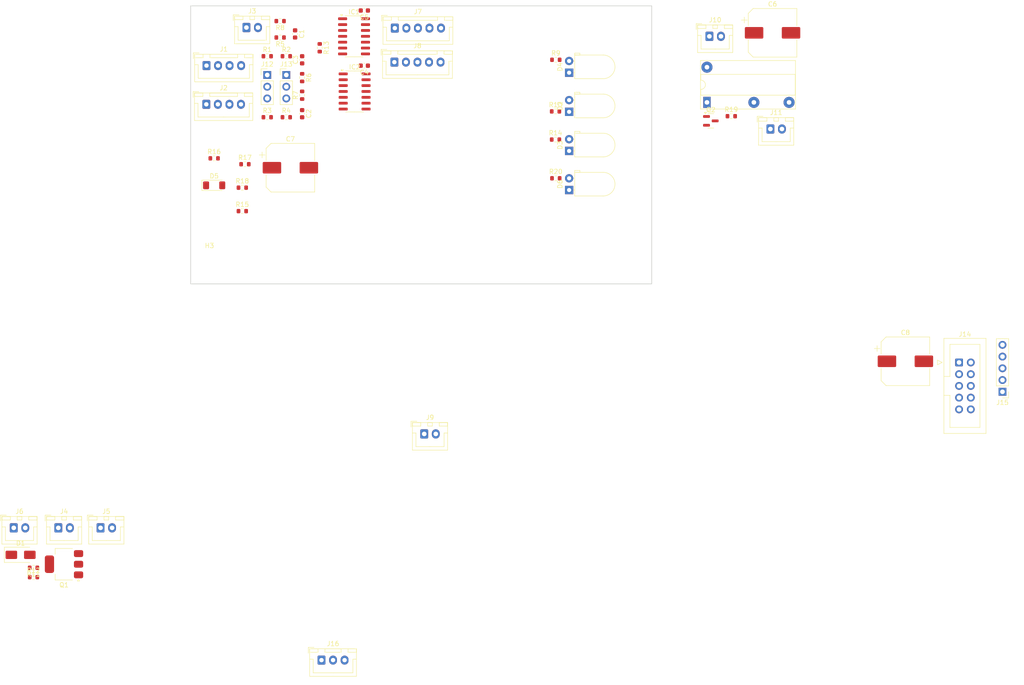
<source format=kicad_pcb>
(kicad_pcb (version 20241229) (generator "pcbnew") (generator_version "9.0")
  (layers (0 "F.Cu" signal) (2 "B.Cu" signal) (13 "F.Paste" user) (15 "B.Paste" user) (5 "F.SilkS" user "F.Silkscreen") (7 "B.SilkS" user "B.Silkscreen") (1 "F.Mask" user) (3 "B.Mask" user) (25 "Edge.Cuts" user))
  (net 0 "")
  (net 1 "GND")
  (net 2 "Net-(C1-Pad1)")
  (net 3 "Net-(C2-Pad1)")
  (net 4 "Net-(C3-Pad1)")
  (net 5 "+5V")
  (net 6 "+V_VALVE")
  (net 7 "Net-(D5-K)")
  (net 8 "Net-(D1-A)")
  (net 9 "Net-(D2-K)")
  (net 10 "Net-(D3-A)")
  (net 11 "Net-(D4-A)")
  (net 12 "Net-(D5-A)")
  (net 13 "Net-(D6-A)")
  (net 14 "LASER_EN")
  (net 15 "Net-(IC1-Pad11)")
  (net 16 "Net-(J7-Pin_3)")
  (net 17 "Net-(J7-Pin_4)")
  (net 18 "Net-(IC1-Pad13)")
  (net 19 "LASER_PWM")
  (net 20 "Net-(IC2-Pad4)")
  (net 21 "Net-(IC2-Pad11)")
  (net 22 "Net-(IC2-Pad10)")
  (net 23 "FAN")
  (net 24 "Net-(IC2-Pad12)")
  (net 25 "Net-(IC2-Pad6)")
  (net 26 "Net-(IC2-Pad9)")
  (net 27 "Net-(J7-Pin_2)")
  (net 28 "Net-(J1-Pin_2)")
  (net 29 "Net-(J13-Pin_2)")
  (net 30 "Net-(J3-Pin_2)")
  (net 31 "Net-(J4-Pin_2)")
  (net 32 "Net-(J11-Pin_1)")
  (net 33 "Net-(J12-Pin_3)")
  (net 34 "Net-(J12-Pin_1)")
  (net 35 "Net-(J13-Pin_1)")
  (net 36 "Net-(J13-Pin_3)")
  (net 39 "TX")
  (net 40 "RX")
  (net 42 "VALVE_CTRL")
  (net 47 "Net-(Q1-G)")
  (net 48 "Net-(Q2-B)")
  (net 49 "Net-(Q2-C)")
  (footprint "Connector_JST:JST_XH_B5B-XH-A_1x05_P2.50mm_Vertical" (layer "F.Cu") (at 118.11 29.21)
    (property "Reference" "J7" (at 5 -3.55 0) (layer "F.SilkS"))
    (property "Value" "LASER_AUX")
    (pad "1" thru_hole roundrect (at 0 0) (size 1.7 1.95) (drill 0.95) (layers "*.Cu" "*.Mask" "In1.Cu" "In2.Cu" "In3.Cu" "In4.Cu" "In5.Cu" "In6.Cu" "In7.Cu" "In8.Cu" "In9.Cu" "In10.Cu" "In11.Cu" "In12.Cu" "In13.Cu" "In14.Cu" "In15.Cu" "In16.Cu" "In17.Cu" "In18.Cu" "In19.Cu" "In20.Cu" "In21.Cu" "In22.Cu" "In23.Cu" "In24.Cu" "In25.Cu" "In26.Cu" "In27.Cu" "In28.Cu" "In29.Cu" "In30.Cu") (roundrect_rratio 0.147059) (net 5 "+5V"))
    (pad "2" thru_hole oval (at 2.5 0) (size 1.7 1.95) (drill 0.95) (layers "*.Cu" "*.Mask" "In1.Cu" "In2.Cu" "In3.Cu" "In4.Cu" "In5.Cu" "In6.Cu" "In7.Cu" "In8.Cu" "In9.Cu" "In10.Cu" "In11.Cu" "In12.Cu" "In13.Cu" "In14.Cu" "In15.Cu" "In16.Cu" "In17.Cu" "In18.Cu" "In19.Cu" "In20.Cu" "In21.Cu" "In22.Cu" "In23.Cu" "In24.Cu" "In25.Cu" "In26.Cu" "In27.Cu" "In28.Cu" "In29.Cu" "In30.Cu") (net 27 "Net-(J7-Pin_2)"))
    (pad "3" thru_hole oval (at 5 0) (size 1.7 1.95) (drill 0.95) (layers "*.Cu" "*.Mask" "In1.Cu" "In2.Cu" "In3.Cu" "In4.Cu" "In5.Cu" "In6.Cu" "In7.Cu" "In8.Cu" "In9.Cu" "In10.Cu" "In11.Cu" "In12.Cu" "In13.Cu" "In14.Cu" "In15.Cu" "In16.Cu" "In17.Cu" "In18.Cu" "In19.Cu" "In20.Cu" "In21.Cu" "In22.Cu" "In23.Cu" "In24.Cu" "In25.Cu" "In26.Cu" "In27.Cu" "In28.Cu" "In29.Cu" "In30.Cu") (net 16 "Net-(J7-Pin_3)"))
    (pad "4" thru_hole oval (at 7.5 0) (size 1.7 1.95) (drill 0.95) (layers "*.Cu" "*.Mask" "In1.Cu" "In2.Cu" "In3.Cu" "In4.Cu" "In5.Cu" "In6.Cu" "In7.Cu" "In8.Cu" "In9.Cu" "In10.Cu" "In11.Cu" "In12.Cu" "In13.Cu" "In14.Cu" "In15.Cu" "In16.Cu" "In17.Cu" "In18.Cu" "In19.Cu" "In20.Cu" "In21.Cu" "In22.Cu" "In23.Cu" "In24.Cu" "In25.Cu" "In26.Cu" "In27.Cu" "In28.Cu" "In29.Cu" "In30.Cu") (net 17 "Net-(J7-Pin_4)"))
    (pad "5" thru_hole oval (at 10 0) (size 1.7 1.95) (drill 0.95) (layers "*.Cu" "*.Mask" "In1.Cu" "In2.Cu" "In3.Cu" "In4.Cu" "In5.Cu" "In6.Cu" "In7.Cu" "In8.Cu" "In9.Cu" "In10.Cu" "In11.Cu" "In12.Cu" "In13.Cu" "In14.Cu" "In15.Cu" "In16.Cu" "In17.Cu" "In18.Cu" "In19.Cu" "In20.Cu" "In21.Cu" "In22.Cu" "In23.Cu" "In24.Cu" "In25.Cu" "In26.Cu" "In27.Cu" "In28.Cu" "In29.Cu" "In30.Cu") (net 1 "GND"))
  )
  (footprint "Resistor_SMD:R_0603_1608Metric" (layer "F.Cu") (at 152.908 47.244)
    (property "Reference" "R10" (at 0 -1.43 0) (layer "F.SilkS"))
    (property "Value" "R")
    (pad "1" smd roundrect (at -0.825 0) (size 0.8 0.95) (layers "F.Cu" "F.Mask" "F.Paste") (net 24 "Net-(IC2-Pad12)"))
    (pad "2" smd roundrect (at 0.825 0) (size 0.8 0.95) (layers "F.Cu" "F.Mask" "F.Paste") (net 9 "Net-(D2-K)"))
  )
  (footprint "Resistor_SMD:R_0603_1608Metric" (layer "F.Cu") (at 152.971 61.722)
    (property "Reference" "R20" (at 0 -1.43 0) (layer "F.SilkS"))
    (property "Value" "R")
    (pad "1" smd roundrect (at -0.825 0) (size 0.8 0.95) (layers "F.Cu" "F.Mask" "F.Paste") (net 8 "Net-(D1-A)"))
    (pad "2" smd roundrect (at 0.825 0) (size 0.8 0.95) (layers "F.Cu" "F.Mask" "F.Paste") (net 13 "Net-(D6-A)"))
  )
  (footprint "Connector_JST:JST_XH_B4B-XH-A_1x04_P2.50mm_Vertical" (layer "F.Cu") (at 77.336 37.325)
    (property "Reference" "J1" (at 3.75 -3.55 0) (layer "F.SilkS"))
    (property "Value" "DOOR1")
    (pad "1" thru_hole roundrect (at 0 0) (size 1.7 1.95) (drill 0.95) (layers "*.Cu" "*.Mask" "In1.Cu" "In2.Cu" "In3.Cu" "In4.Cu" "In5.Cu" "In6.Cu" "In7.Cu" "In8.Cu" "In9.Cu" "In10.Cu" "In11.Cu" "In12.Cu" "In13.Cu" "In14.Cu" "In15.Cu" "In16.Cu" "In17.Cu" "In18.Cu" "In19.Cu" "In20.Cu" "In21.Cu" "In22.Cu" "In23.Cu" "In24.Cu" "In25.Cu" "In26.Cu" "In27.Cu" "In28.Cu" "In29.Cu" "In30.Cu") (roundrect_rratio 0.147059) (net 1 "GND"))
    (pad "2" thru_hole oval (at 2.5 0) (size 1.7 1.95) (drill 0.95) (layers "*.Cu" "*.Mask" "In1.Cu" "In2.Cu" "In3.Cu" "In4.Cu" "In5.Cu" "In6.Cu" "In7.Cu" "In8.Cu" "In9.Cu" "In10.Cu" "In11.Cu" "In12.Cu" "In13.Cu" "In14.Cu" "In15.Cu" "In16.Cu" "In17.Cu" "In18.Cu" "In19.Cu" "In20.Cu" "In21.Cu" "In22.Cu" "In23.Cu" "In24.Cu" "In25.Cu" "In26.Cu" "In27.Cu" "In28.Cu" "In29.Cu" "In30.Cu") (net 28 "Net-(J1-Pin_2)"))
    (pad "3" thru_hole oval (at 5 0) (size 1.7 1.95) (drill 0.95) (layers "*.Cu" "*.Mask" "In1.Cu" "In2.Cu" "In3.Cu" "In4.Cu" "In5.Cu" "In6.Cu" "In7.Cu" "In8.Cu" "In9.Cu" "In10.Cu" "In11.Cu" "In12.Cu" "In13.Cu" "In14.Cu" "In15.Cu" "In16.Cu" "In17.Cu" "In18.Cu" "In19.Cu" "In20.Cu" "In21.Cu" "In22.Cu" "In23.Cu" "In24.Cu" "In25.Cu" "In26.Cu" "In27.Cu" "In28.Cu" "In29.Cu" "In30.Cu") (net 5 "+5V"))
    (pad "4" thru_hole oval (at 7.5 0) (size 1.7 1.95) (drill 0.95) (layers "*.Cu" "*.Mask" "In1.Cu" "In2.Cu" "In3.Cu" "In4.Cu" "In5.Cu" "In6.Cu" "In7.Cu" "In8.Cu" "In9.Cu" "In10.Cu" "In11.Cu" "In12.Cu" "In13.Cu" "In14.Cu" "In15.Cu" "In16.Cu" "In17.Cu" "In18.Cu" "In19.Cu" "In20.Cu" "In21.Cu" "In22.Cu" "In23.Cu" "In24.Cu" "In25.Cu" "In26.Cu" "In27.Cu" "In28.Cu" "In29.Cu" "In30.Cu") (net 6 "+V_VALVE"))
  )
  (footprint "Connector_JST:JST_XH_B2B-XH-A_1x02_P2.50mm_Vertical" (layer "F.Cu") (at 124.48 117.077)
    (property "Reference" "J9" (at 1.25 -3.55 0) (layer "F.SilkS"))
    (property "Value" "AIMING LASER")
    (pad "1" thru_hole roundrect (at 0 0) (size 1.7 2) (drill 1) (layers "*.Cu" "*.Mask" "In1.Cu" "In2.Cu" "In3.Cu" "In4.Cu" "In5.Cu" "In6.Cu" "In7.Cu" "In8.Cu" "In9.Cu" "In10.Cu" "In11.Cu" "In12.Cu" "In13.Cu" "In14.Cu" "In15.Cu" "In16.Cu" "In17.Cu" "In18.Cu" "In19.Cu" "In20.Cu" "In21.Cu" "In22.Cu" "In23.Cu" "In24.Cu" "In25.Cu" "In26.Cu" "In27.Cu" "In28.Cu" "In29.Cu" "In30.Cu") (roundrect_rratio 0.147059) (net 5 "+5V"))
    (pad "2" thru_hole oval (at 2.5 0) (size 1.7 2) (drill 1) (layers "*.Cu" "*.Mask" "In1.Cu" "In2.Cu" "In3.Cu" "In4.Cu" "In5.Cu" "In6.Cu" "In7.Cu" "In8.Cu" "In9.Cu" "In10.Cu" "In11.Cu" "In12.Cu" "In13.Cu" "In14.Cu" "In15.Cu" "In16.Cu" "In17.Cu" "In18.Cu" "In19.Cu" "In20.Cu" "In21.Cu" "In22.Cu" "In23.Cu" "In24.Cu" "In25.Cu" "In26.Cu" "In27.Cu" "In28.Cu" "In29.Cu" "In30.Cu") (net 1 "GND"))
  )
  (footprint "Resistor_SMD:R_0603_1608Metric" (layer "F.Cu") (at 78.994 57.404)
    (property "Reference" "R16" (at 0 -1.43 0) (layer "F.SilkS"))
    (property "Value" "100")
    (pad "1" smd roundrect (at -0.825 0) (size 0.8 0.95) (layers "F.Cu" "F.Mask" "F.Paste") (net 12 "Net-(D5-A)"))
    (pad "2" smd roundrect (at 0.825 0) (size 0.8 0.95) (layers "F.Cu" "F.Mask" "F.Paste") (net 25 "Net-(IC2-Pad6)"))
  )
  (footprint "MountingHole:MountingHole_3.2mm_M3" (layer "F.Cu") (at 169.418 28.702)
    (property "Reference" "H2" (hide yes))
    (property "Value" "MountingHole")
    (pad "" np_thru_hole circle (at 0 0) (size 3.2 3.2) (drill 3.2) (layers "*.Cu" "*.Mask" "In1.Cu" "In2.Cu" "In3.Cu" "In4.Cu" "In5.Cu" "In6.Cu" "In7.Cu" "In8.Cu" "In9.Cu" "In10.Cu" "In11.Cu" "In12.Cu" "In13.Cu" "In14.Cu" "In15.Cu" "In16.Cu" "In17.Cu" "In18.Cu" "In19.Cu" "In20.Cu" "In21.Cu" "In22.Cu" "In23.Cu" "In24.Cu" "In25.Cu" "In26.Cu" "In27.Cu" "In28.Cu" "In29.Cu" "In30.Cu"))
  )
  (footprint "Capacitor_SMD:C_0603_1608Metric" (layer "F.Cu") (at 111.506 25.4 180)
    (property "Reference" "C5" (at 0 -1.43 0) (layer "F.SilkS"))
    (property "Value" "100n")
    (pad "1" smd roundrect (at -0.775 0 180) (size 0.9 0.95) (layers "F.Cu" "F.Mask" "F.Paste") (net 5 "+5V"))
    (pad "2" smd roundrect (at 0.775 0 180) (size 0.9 0.95) (layers "F.Cu" "F.Mask" "F.Paste") (net 1 "GND"))
  )
  (footprint "Connector_PinHeader_2.54mm:PinHeader_1x05_P2.54mm_Vertical" (layer "F.Cu") (at 249.682 107.95 180)
    (property "Reference" "J15" (at 0 -2.33 0) (layer "F.SilkS"))
    (property "Value" "Conn_01x05")
    (pad "1" thru_hole rect (at 0 0 180) (size 1.7 1.7) (drill 1) (layers "*.Cu" "*.Mask" "In1.Cu" "In2.Cu" "In3.Cu" "In4.Cu" "In5.Cu" "In6.Cu" "In7.Cu" "In8.Cu" "In9.Cu" "In10.Cu" "In11.Cu" "In12.Cu" "In13.Cu" "In14.Cu" "In15.Cu" "In16.Cu" "In17.Cu" "In18.Cu" "In19.Cu" "In20.Cu" "In21.Cu" "In22.Cu" "In23.Cu" "In24.Cu" "In25.Cu" "In26.Cu" "In27.Cu" "In28.Cu" "In29.Cu" "In30.Cu"))
    (pad "2" thru_hole oval (at 0 2.54 180) (size 1.7 1.7) (drill 1) (layers "*.Cu" "*.Mask" "In1.Cu" "In2.Cu" "In3.Cu" "In4.Cu" "In5.Cu" "In6.Cu" "In7.Cu" "In8.Cu" "In9.Cu" "In10.Cu" "In11.Cu" "In12.Cu" "In13.Cu" "In14.Cu" "In15.Cu" "In16.Cu" "In17.Cu" "In18.Cu" "In19.Cu" "In20.Cu" "In21.Cu" "In22.Cu" "In23.Cu" "In24.Cu" "In25.Cu" "In26.Cu" "In27.Cu" "In28.Cu" "In29.Cu" "In30.Cu") (net 39 "TX"))
    (pad "3" thru_hole oval (at 0 5.08 180) (size 1.7 1.7) (drill 1) (layers "*.Cu" "*.Mask" "In1.Cu" "In2.Cu" "In3.Cu" "In4.Cu" "In5.Cu" "In6.Cu" "In7.Cu" "In8.Cu" "In9.Cu" "In10.Cu" "In11.Cu" "In12.Cu" "In13.Cu" "In14.Cu" "In15.Cu" "In16.Cu" "In17.Cu" "In18.Cu" "In19.Cu" "In20.Cu" "In21.Cu" "In22.Cu" "In23.Cu" "In24.Cu" "In25.Cu" "In26.Cu" "In27.Cu" "In28.Cu" "In29.Cu" "In30.Cu") (net 40 "RX"))
    (pad "4" thru_hole oval (at 0 7.62 180) (size 1.7 1.7) (drill 1) (layers "*.Cu" "*.Mask" "In1.Cu" "In2.Cu" "In3.Cu" "In4.Cu" "In5.Cu" "In6.Cu" "In7.Cu" "In8.Cu" "In9.Cu" "In10.Cu" "In11.Cu" "In12.Cu" "In13.Cu" "In14.Cu" "In15.Cu" "In16.Cu" "In17.Cu" "In18.Cu" "In19.Cu" "In20.Cu" "In21.Cu" "In22.Cu" "In23.Cu" "In24.Cu" "In25.Cu" "In26.Cu" "In27.Cu" "In28.Cu" "In29.Cu" "In30.Cu") (net 1 "GND"))
    (pad "5" thru_hole oval (at 0 10.16 180) (size 1.7 1.7) (drill 1) (layers "*.Cu" "*.Mask" "In1.Cu" "In2.Cu" "In3.Cu" "In4.Cu" "In5.Cu" "In6.Cu" "In7.Cu" "In8.Cu" "In9.Cu" "In10.Cu" "In11.Cu" "In12.Cu" "In13.Cu" "In14.Cu" "In15.Cu" "In16.Cu" "In17.Cu" "In18.Cu" "In19.Cu" "In20.Cu" "In21.Cu" "In22.Cu" "In23.Cu" "In24.Cu" "In25.Cu" "In26.Cu" "In27.Cu" "In28.Cu" "In29.Cu" "In30.Cu"))
  )
  (footprint "Capacitor_SMD:C_0603_1608Metric" (layer "F.Cu") (at 98.044 36.068 90)
    (property "Reference" "C3" (at 0 -1.43 90) (layer "F.SilkS"))
    (property "Value" "100n")
    (pad "1" smd roundrect (at -0.775 0 90) (size 0.9 0.95) (layers "F.Cu" "F.Mask" "F.Paste") (net 4 "Net-(C3-Pad1)"))
    (pad "2" smd roundrect (at 0.775 0 90) (size 0.9 0.95) (layers "F.Cu" "F.Mask" "F.Paste") (net 1 "GND"))
  )
  (footprint "Resistor_SMD:R_0603_1608Metric" (layer "F.Cu") (at 152.908 53.34)
    (property "Reference" "R14" (at 0 -1.43 0) (layer "F.SilkS"))
    (property "Value" "R")
    (pad "1" smd roundrect (at -0.825 0) (size 0.8 0.95) (layers "F.Cu" "F.Mask" "F.Paste") (net 10 "Net-(D3-A)"))
    (pad "2" smd roundrect (at 0.825 0) (size 0.8 0.95) (layers "F.Cu" "F.Mask" "F.Paste") (net 2 "Net-(C1-Pad1)"))
  )
  (footprint "Connector_JST:JST_XH_B2B-XH-A_1x02_P2.50mm_Vertical" (layer "F.Cu") (at 45.252 137.414)
    (property "Reference" "J4" (at 1.25 -3.55 0) (layer "F.SilkS"))
    (property "Value" "CHILLER SWITCH")
    (pad "1" thru_hole roundrect (at 0 0) (size 1.7 2) (drill 1) (layers "*.Cu" "*.Mask" "In1.Cu" "In2.Cu" "In3.Cu" "In4.Cu" "In5.Cu" "In6.Cu" "In7.Cu" "In8.Cu" "In9.Cu" "In10.Cu" "In11.Cu" "In12.Cu" "In13.Cu" "In14.Cu" "In15.Cu" "In16.Cu" "In17.Cu" "In18.Cu" "In19.Cu" "In20.Cu" "In21.Cu" "In22.Cu" "In23.Cu" "In24.Cu" "In25.Cu" "In26.Cu" "In27.Cu" "In28.Cu" "In29.Cu" "In30.Cu") (roundrect_rratio 0.147059) (net 6 "+V_VALVE"))
    (pad "2" thru_hole oval (at 2.5 0) (size 1.7 2) (drill 1) (layers "*.Cu" "*.Mask" "In1.Cu" "In2.Cu" "In3.Cu" "In4.Cu" "In5.Cu" "In6.Cu" "In7.Cu" "In8.Cu" "In9.Cu" "In10.Cu" "In11.Cu" "In12.Cu" "In13.Cu" "In14.Cu" "In15.Cu" "In16.Cu" "In17.Cu" "In18.Cu" "In19.Cu" "In20.Cu" "In21.Cu" "In22.Cu" "In23.Cu" "In24.Cu" "In25.Cu" "In26.Cu" "In27.Cu" "In28.Cu" "In29.Cu" "In30.Cu") (net 31 "Net-(J4-Pin_2)"))
  )
  (footprint "Capacitor_SMD:C_0603_1608Metric" (layer "F.Cu") (at 98.044 47.739 -90)
    (property "Reference" "C2" (at 0 -1.43 90) (layer "F.SilkS"))
    (property "Value" "100n")
    (pad "1" smd roundrect (at -0.775 0 270) (size 0.9 0.95) (layers "F.Cu" "F.Mask" "F.Paste") (net 3 "Net-(C2-Pad1)"))
    (pad "2" smd roundrect (at 0.775 0 270) (size 0.9 0.95) (layers "F.Cu" "F.Mask" "F.Paste") (net 1 "GND"))
  )
  (footprint "Capacitor_SMD:CP_Elec_10x10" (layer "F.Cu") (at 228.664 101.346)
    (property "Reference" "C8" (at 0 -6.2 0) (layer "F.SilkS"))
    (property "Value" "100u")
    (pad "1" smd roundrect (at -4 0) (size 4 2.5) (layers "F.Cu" "F.Mask" "F.Paste") (roundrect_rratio 0.1) (net 5 "+5V"))
    (pad "2" smd roundrect (at 4 0) (size 4 2.5) (layers "F.Cu" "F.Mask" "F.Paste") (roundrect_rratio 0.1) (net 1 "GND"))
  )
  (footprint "Resistor_SMD:R_0603_1608Metric" (layer "F.Cu") (at 98.044 39.928 -90)
    (property "Reference" "R6" (at 0 -1.43 90) (layer "F.SilkS"))
    (property "Value" "5K6")
    (pad "1" smd roundrect (at -0.825 0 270) (size 0.8 0.95) (layers "F.Cu" "F.Mask" "F.Paste") (net 4 "Net-(C3-Pad1)"))
    (pad "2" smd roundrect (at 0.825 0 270) (size 0.8 0.95) (layers "F.Cu" "F.Mask" "F.Paste") (net 28 "Net-(J1-Pin_2)"))
  )
  (footprint "Resistor_SMD:R_0603_1608Metric" (layer "F.Cu") (at 39.878 148.082)
    (property "Reference" "R12" (at 0 -1.43 0) (layer "F.SilkS"))
    (property "Value" "22R")
    (pad "1" smd roundrect (at -0.825 0) (size 0.8 0.95) (layers "F.Cu" "F.Mask" "F.Paste") (net 47 "Net-(Q1-G)"))
    (pad "2" smd roundrect (at 0.825 0) (size 0.8 0.95) (layers "F.Cu" "F.Mask" "F.Paste") (net 42 "VALVE_CTRL"))
  )
  (footprint "Resistor_SMD:R_0603_1608Metric" (layer "F.Cu") (at 98.044 43.738 90)
    (property "Reference" "R7" (at 0 -1.43 90) (layer "F.SilkS"))
    (property "Value" "5K6")
    (pad "1" smd roundrect (at -0.825 0 90) (size 0.8 0.95) (layers "F.Cu" "F.Mask" "F.Paste") (net 3 "Net-(C2-Pad1)"))
    (pad "2" smd roundrect (at 0.825 0 90) (size 0.8 0.95) (layers "F.Cu" "F.Mask" "F.Paste") (net 29 "Net-(J13-Pin_2)"))
  )
  (footprint "Connector_PinHeader_2.54mm:PinHeader_1x03_P2.54mm_Vertical" (layer "F.Cu") (at 94.616 39.357)
    (property "Reference" "J13" (at 0 -2.33 0) (layer "F.SilkS"))
    (property "Value" "Conn_01x03")
    (pad "1" thru_hole rect (at 0 0) (size 1.7 1.7) (drill 1) (layers "*.Cu" "*.Mask" "In1.Cu" "In2.Cu" "In3.Cu" "In4.Cu" "In5.Cu" "In6.Cu" "In7.Cu" "In8.Cu" "In9.Cu" "In10.Cu" "In11.Cu" "In12.Cu" "In13.Cu" "In14.Cu" "In15.Cu" "In16.Cu" "In17.Cu" "In18.Cu" "In19.Cu" "In20.Cu" "In21.Cu" "In22.Cu" "In23.Cu" "In24.Cu" "In25.Cu" "In26.Cu" "In27.Cu" "In28.Cu" "In29.Cu" "In30.Cu") (net 35 "Net-(J13-Pin_1)"))
    (pad "2" thru_hole oval (at 0 2.54) (size 1.7 1.7) (drill 1) (layers "*.Cu" "*.Mask" "In1.Cu" "In2.Cu" "In3.Cu" "In4.Cu" "In5.Cu" "In6.Cu" "In7.Cu" "In8.Cu" "In9.Cu" "In10.Cu" "In11.Cu" "In12.Cu" "In13.Cu" "In14.Cu" "In15.Cu" "In16.Cu" "In17.Cu" "In18.Cu" "In19.Cu" "In20.Cu" "In21.Cu" "In22.Cu" "In23.Cu" "In24.Cu" "In25.Cu" "In26.Cu" "In27.Cu" "In28.Cu" "In29.Cu" "In30.Cu") (net 29 "Net-(J13-Pin_2)"))
    (pad "3" thru_hole oval (at 0 5.08) (size 1.7 1.7) (drill 1) (layers "*.Cu" "*.Mask" "In1.Cu" "In2.Cu" "In3.Cu" "In4.Cu" "In5.Cu" "In6.Cu" "In7.Cu" "In8.Cu" "In9.Cu" "In10.Cu" "In11.Cu" "In12.Cu" "In13.Cu" "In14.Cu" "In15.Cu" "In16.Cu" "In17.Cu" "In18.Cu" "In19.Cu" "In20.Cu" "In21.Cu" "In22.Cu" "In23.Cu" "In24.Cu" "In25.Cu" "In26.Cu" "In27.Cu" "In28.Cu" "In29.Cu" "In30.Cu") (net 36 "Net-(J13-Pin_3)"))
  )
  (footprint "Resistor_SMD:R_0603_1608Metric" (layer "F.Cu") (at 190.965 48.277)
    (property "Reference" "R19" (at 0 -1.43 0) (layer "F.SilkS"))
    (property "Value" "1k")
    (pad "1" smd roundrect (at -0.825 0) (size 0.8 0.95) (layers "F.Cu" "F.Mask" "F.Paste") (net 48 "Net-(Q2-B)"))
    (pad "2" smd roundrect (at 0.825 0) (size 0.8 0.95) (layers "F.Cu" "F.Mask" "F.Paste") (net 22 "Net-(IC2-Pad10)"))
  )
  (footprint "Capacitor_SMD:CP_Elec_10x10" (layer "F.Cu") (at 199.898 30.226)
    (property "Reference" "C6" (at 0 -6.2 0) (layer "F.SilkS"))
    (property "Value" "100u")
    (pad "1" smd roundrect (at -4 0) (size 4 2.5) (layers "F.Cu" "F.Mask" "F.Paste") (roundrect_rratio 0.1) (net 6 "+V_VALVE"))
    (pad "2" smd roundrect (at 4 0) (size 4 2.5) (layers "F.Cu" "F.Mask" "F.Paste") (roundrect_rratio 0.1) (net 1 "GND"))
  )
  (footprint "LED_THT:LED_D5.0mm_Horizontal_O1.27mm_Z3.0mm" (layer "F.Cu") (at 155.852 38.867 90)
    (property "Reference" "D4" (at 1.27 -1.96 90) (layer "F.SilkS"))
    (property "Value" "LASER_ENABLE")
    (pad "1" thru_hole rect (at 0 0 90) (size 1.8 1.8) (drill 0.9) (layers "*.Cu" "*.Mask" "In1.Cu" "In2.Cu" "In3.Cu" "In4.Cu" "In5.Cu" "In6.Cu" "In7.Cu" "In8.Cu" "In9.Cu" "In10.Cu" "In11.Cu" "In12.Cu" "In13.Cu" "In14.Cu" "In15.Cu" "In16.Cu" "In17.Cu" "In18.Cu" "In19.Cu" "In20.Cu" "In21.Cu" "In22.Cu" "In23.Cu" "In24.Cu" "In25.Cu" "In26.Cu" "In27.Cu" "In28.Cu" "In29.Cu" "In30.Cu") (net 1 "GND"))
    (pad "2" thru_hole circle (at 2.54 0 90) (size 1.8 1.8) (drill 0.9) (layers "*.Cu" "*.Mask" "In1.Cu" "In2.Cu" "In3.Cu" "In4.Cu" "In5.Cu" "In6.Cu" "In7.Cu" "In8.Cu" "In9.Cu" "In10.Cu" "In11.Cu" "In12.Cu" "In13.Cu" "In14.Cu" "In15.Cu" "In16.Cu" "In17.Cu" "In18.Cu" "In19.Cu" "In20.Cu" "In21.Cu" "In22.Cu" "In23.Cu" "In24.Cu" "In25.Cu" "In26.Cu" "In27.Cu" "In28.Cu" "In29.Cu" "In30.Cu") (net 11 "Net-(D4-A)"))
  )
  (footprint "Connector_JST:JST_XH_B2B-XH-A_1x02_P2.50mm_Vertical" (layer "F.Cu") (at 186.222 30.988)
    (property "Reference" "J10" (at 1.25 -3.55 0) (layer "F.SilkS"))
    (property "Value" "VALVE/CHILLER SSR PWR")
    (pad "1" thru_hole roundrect (at 0 0) (size 1.7 2) (drill 1) (layers "*.Cu" "*.Mask" "In1.Cu" "In2.Cu" "In3.Cu" "In4.Cu" "In5.Cu" "In6.Cu" "In7.Cu" "In8.Cu" "In9.Cu" "In10.Cu" "In11.Cu" "In12.Cu" "In13.Cu" "In14.Cu" "In15.Cu" "In16.Cu" "In17.Cu" "In18.Cu" "In19.Cu" "In20.Cu" "In21.Cu" "In22.Cu" "In23.Cu" "In24.Cu" "In25.Cu" "In26.Cu" "In27.Cu" "In28.Cu" "In29.Cu" "In30.Cu") (roundrect_rratio 0.147059) (net 6 "+V_VALVE"))
    (pad "2" thru_hole oval (at 2.5 0) (size 1.7 2) (drill 1) (layers "*.Cu" "*.Mask" "In1.Cu" "In2.Cu" "In3.Cu" "In4.Cu" "In5.Cu" "In6.Cu" "In7.Cu" "In8.Cu" "In9.Cu" "In10.Cu" "In11.Cu" "In12.Cu" "In13.Cu" "In14.Cu" "In15.Cu" "In16.Cu" "In17.Cu" "In18.Cu" "In19.Cu" "In20.Cu" "In21.Cu" "In22.Cu" "In23.Cu" "In24.Cu" "In25.Cu" "In26.Cu" "In27.Cu" "In28.Cu" "In29.Cu" "In30.Cu") (net 1 "GND"))
  )
  (footprint "Resistor_SMD:R_0603_1608Metric" (layer "F.Cu") (at 39.878 146.05 180)
    (property "Reference" "R11" (at 0 -1.43 0) (layer "F.SilkS"))
    (property "Value" "10K")
    (pad "1" smd roundrect (at -0.825 0 180) (size 0.8 0.95) (layers "F.Cu" "F.Mask" "F.Paste") (net 42 "VALVE_CTRL"))
    (pad "2" smd roundrect (at 0.825 0 180) (size 0.8 0.95) (layers "F.Cu" "F.Mask" "F.Paste") (net 1 "GND"))
  )
  (footprint "Connector_JST:JST_XH_B2B-XH-A_1x02_P2.50mm_Vertical" (layer "F.Cu") (at 54.396 137.414)
    (property "Reference" "J5" (at 1.25 -3.55 0) (layer "F.SilkS"))
    (property "Value" "CHILLER SSR")
    (pad "1" thru_hole roundrect (at 0 0) (size 1.7 2) (drill 1) (layers "*.Cu" "*.Mask" "In1.Cu" "In2.Cu" "In3.Cu" "In4.Cu" "In5.Cu" "In6.Cu" "In7.Cu" "In8.Cu" "In9.Cu" "In10.Cu" "In11.Cu" "In12.Cu" "In13.Cu" "In14.Cu" "In15.Cu" "In16.Cu" "In17.Cu" "In18.Cu" "In19.Cu" "In20.Cu" "In21.Cu" "In22.Cu" "In23.Cu" "In24.Cu" "In25.Cu" "In26.Cu" "In27.Cu" "In28.Cu" "In29.Cu" "In30.Cu") (roundrect_rratio 0.147059) (net 31 "Net-(J4-Pin_2)"))
    (pad "2" thru_hole oval (at 2.5 0) (size 1.7 2) (drill 1) (layers "*.Cu" "*.Mask" "In1.Cu" "In2.Cu" "In3.Cu" "In4.Cu" "In5.Cu" "In6.Cu" "In7.Cu" "In8.Cu" "In9.Cu" "In10.Cu" "In11.Cu" "In12.Cu" "In13.Cu" "In14.Cu" "In15.Cu" "In16.Cu" "In17.Cu" "In18.Cu" "In19.Cu" "In20.Cu" "In21.Cu" "In22.Cu" "In23.Cu" "In24.Cu" "In25.Cu" "In26.Cu" "In27.Cu" "In28.Cu" "In29.Cu" "In30.Cu") (net 1 "GND"))
  )
  (footprint "Capacitor_SMD:CP_Elec_10x10" (layer "F.Cu") (at 95.504 59.436)
    (property "Reference" "C7" (at 0 -6.2 0) (layer "F.SilkS"))
    (property "Value" "220u")
    (pad "1" smd roundrect (at -4 0) (size 4 2.5) (layers "F.Cu" "F.Mask" "F.Paste") (roundrect_rratio 0.1) (net 7 "Net-(D5-K)"))
    (pad "2" smd roundrect (at 4 0) (size 4 2.5) (layers "F.Cu" "F.Mask" "F.Paste") (roundrect_rratio 0.1) (net 1 "GND"))
  )
  (footprint "Resistor_SMD:R_0603_1608Metric" (layer "F.Cu") (at 101.854 33.465 -90)
    (property "Reference" "R13" (at 0 -1.43 90) (layer "F.SilkS"))
    (property "Value" "10K")
    (pad "1" smd roundrect (at -0.825 0 270) (size 0.8 0.95) (layers "F.Cu" "F.Mask" "F.Paste") (net 19 "LASER_PWM"))
    (pad "2" smd roundrect (at 0.825 0 270) (size 0.8 0.95) (layers "F.Cu" "F.Mask" "F.Paste") (net 1 "GND"))
  )
  (footprint "Capacitor_SMD:C_0603_1608Metric" (layer "F.Cu") (at 96.52 30.467 -90)
    (property "Reference" "C1" (at 0 -1.43 90) (layer "F.SilkS"))
    (property "Value" "100n")
    (pad "1" smd roundrect (at -0.775 0 270) (size 0.9 0.95) (layers "F.Cu" "F.Mask" "F.Paste") (net 2 "Net-(C1-Pad1)"))
    (pad "2" smd roundrect (at 0.775 0 270) (size 0.9 0.95) (layers "F.Cu" "F.Mask" "F.Paste") (net 1 "GND"))
  )
  (footprint "Connector_PinHeader_2.54mm:PinHeader_1x03_P2.54mm_Vertical" (layer "F.Cu") (at 90.489 39.357)
    (property "Reference" "J12" (at 0 -2.33 0) (layer "F.SilkS"))
    (property "Value" "Conn_01x03")
    (pad "1" thru_hole rect (at 0 0) (size 1.7 1.7) (drill 1) (layers "*.Cu" "*.Mask" "In1.Cu" "In2.Cu" "In3.Cu" "In4.Cu" "In5.Cu" "In6.Cu" "In7.Cu" "In8.Cu" "In9.Cu" "In10.Cu" "In11.Cu" "In12.Cu" "In13.Cu" "In14.Cu" "In15.Cu" "In16.Cu" "In17.Cu" "In18.Cu" "In19.Cu" "In20.Cu" "In21.Cu" "In22.Cu" "In23.Cu" "In24.Cu" "In25.Cu" "In26.Cu" "In27.Cu" "In28.Cu" "In29.Cu" "In30.Cu") (net 34 "Net-(J12-Pin_1)"))
    (pad "2" thru_hole oval (at 0 2.54) (size 1.7 1.7) (drill 1) (layers "*.Cu" "*.Mask" "In1.Cu" "In2.Cu" "In3.Cu" "In4.Cu" "In5.Cu" "In6.Cu" "In7.Cu" "In8.Cu" "In9.Cu" "In10.Cu" "In11.Cu" "In12.Cu" "In13.Cu" "In14.Cu" "In15.Cu" "In16.Cu" "In17.Cu" "In18.Cu" "In19.Cu" "In20.Cu" "In21.Cu" "In22.Cu" "In23.Cu" "In24.Cu" "In25.Cu" "In26.Cu" "In27.Cu" "In28.Cu" "In29.Cu" "In30.Cu") (net 28 "Net-(J1-Pin_2)"))
    (pad "3" thru_hole oval (at 0 5.08) (size 1.7 1.7) (drill 1) (layers "*.Cu" "*.Mask" "In1.Cu" "In2.Cu" "In3.Cu" "In4.Cu" "In5.Cu" "In6.Cu" "In7.Cu" "In8.Cu" "In9.Cu" "In10.Cu" "In11.Cu" "In12.Cu" "In13.Cu" "In14.Cu" "In15.Cu" "In16.Cu" "In17.Cu" "In18.Cu" "In19.Cu" "In20.Cu" "In21.Cu" "In22.Cu" "In23.Cu" "In24.Cu" "In25.Cu" "In26.Cu" "In27.Cu" "In28.Cu" "In29.Cu" "In30.Cu") (net 33 "Net-(J12-Pin_3)"))
  )
  (footprint "Package_SO:SOIC-14_3.9x8.7mm_P1.27mm" (layer "F.Cu") (at 109.409 42.926)
    (property "Reference" "IC2" (at 0 -5.28 0) (layer "F.SilkS"))
    (property "Value" "74HCT04")
    (pad "1" smd roundrect (at -2.475 -3.81) (size 1.95 0.6) (layers "F.Cu" "F.Mask" "F.Paste") (net 16 "Net-(J7-Pin_3)"))
    (pad "2" smd roundrect (at -2.475 -2.54) (size 1.95 0.6) (layers "F.Cu" "F.Mask" "F.Paste") (net 27 "Net-(J7-Pin_2)"))
    (pad "3" smd roundrect (at -2.475 -1.27) (size 1.95 0.6) (layers "F.Cu" "F.Mask" "F.Paste") (net 23 "FAN"))
    (pad "4" smd roundrect (at -2.475 0) (size 1.95 0.6) (layers "F.Cu" "F.Mask" "F.Paste") (net 20 "Net-(IC2-Pad4)"))
    (pad "5" smd roundrect (at -2.475 1.27) (size 1.95 0.6) (layers "F.Cu" "F.Mask" "F.Paste") (net 20 "Net-(IC2-Pad4)"))
    (pad "6" smd roundrect (at -2.475 2.54) (size 1.95 0.6) (layers "F.Cu" "F.Mask" "F.Paste") (net 25 "Net-(IC2-Pad6)"))
    (pad "7" smd roundrect (at -2.475 3.81) (size 1.95 0.6) (layers "F.Cu" "F.Mask" "F.Paste") (net 1 "GND"))
    (pad "8" smd roundrect (at 2.475 3.81) (size 1.95 0.6) (layers "F.Cu" "F.Mask" "F.Paste") (net 21 "Net-(IC2-Pad11)"))
    (pad "9" smd roundrect (at 2.475 2.54) (size 1.95 0.6) (layers "F.Cu" "F.Mask" "F.Paste") (net 26 "Net-(IC2-Pad9)"))
    (pad "10" smd roundrect (at 2.475 1.27) (size 1.95 0.6) (layers "F.Cu" "F.Mask" "F.Paste") (net 22 "Net-(IC2-Pad10)"))
    (pad "11" smd roundrect (at 2.475 0) (size 1.95 0.6) (layers "F.Cu" "F.Mask" "F.Paste") (net 21 "Net-(IC2-Pad11)"))
    (pad "12" smd roundrect (at 2.475 -1.27) (size 1.95 0.6) (layers "F.Cu" "F.Mask" "F.Paste") (net 24 "Net-(IC2-Pad12)"))
    (pad "13" smd roundrect (at 2.475 -2.54) (size 1.95 0.6) (layers "F.Cu" "F.Mask" "F.Paste") (net 18 "Net-(IC1-Pad13)"))
    (pad "14" smd roundrect (at 2.475 -3.81) (size 1.95 0.6) (layers "F.Cu" "F.Mask" "F.Paste") (net 5 "+5V"))
  )
  (footprint "LED_THT:LED_D5.0mm_Horizontal_O1.27mm_Z3.0mm" (layer "F.Cu") (at 155.852 64.267 90)
    (property "Reference" "D6" (at 1.27 -1.96 90) (layer "F.SilkS"))
    (property "Value" "LED")
    (pad "1" thru_hole rect (at 0 0 90) (size 1.8 1.8) (drill 0.9) (layers "*.Cu" "*.Mask" "In1.Cu" "In2.Cu" "In3.Cu" "In4.Cu" "In5.Cu" "In6.Cu" "In7.Cu" "In8.Cu" "In9.Cu" "In10.Cu" "In11.Cu" "In12.Cu" "In13.Cu" "In14.Cu" "In15.Cu" "In16.Cu" "In17.Cu" "In18.Cu" "In19.Cu" "In20.Cu" "In21.Cu" "In22.Cu" "In23.Cu" "In24.Cu" "In25.Cu" "In26.Cu" "In27.Cu" "In28.Cu" "In29.Cu" "In30.Cu") (net 1 "GND"))
    (pad "2" thru_hole circle (at 2.54 0 90) (size 1.8 1.8) (drill 0.9) (layers "*.Cu" "*.Mask" "In1.Cu" "In2.Cu" "In3.Cu" "In4.Cu" "In5.Cu" "In6.Cu" "In7.Cu" "In8.Cu" "In9.Cu" "In10.Cu" "In11.Cu" "In12.Cu" "In13.Cu" "In14.Cu" "In15.Cu" "In16.Cu" "In17.Cu" "In18.Cu" "In19.Cu" "In20.Cu" "In21.Cu" "In22.Cu" "In23.Cu" "In24.Cu" "In25.Cu" "In26.Cu" "In27.Cu" "In28.Cu" "In29.Cu" "In30.Cu") (net 13 "Net-(D6-A)"))
  )
  (footprint "Resistor_SMD:R_0603_1608Metric" (layer "F.Cu") (at 90.489 35.293)
    (property "Reference" "R1" (at 0 -1.43 0) (layer "F.SilkS"))
    (property "Value" "1K")
    (pad "1" smd roundrect (at -0.825 0) (size 0.8 0.95) (layers "F.Cu" "F.Mask" "F.Paste") (net 5 "+5V"))
    (pad "2" smd roundrect (at 0.825 0) (size 0.8 0.95) (layers "F.Cu" "F.Mask" "F.Paste") (net 34 "Net-(J12-Pin_1)"))
  )
  (footprint "LED_THT:LED_D5.0mm_Horizontal_O1.27mm_Z3.0mm" (layer "F.Cu") (at 155.852 55.800333 90)
    (property "Reference" "D3" (at 1.27 -1.96 90) (layer "F.SilkS"))
    (property "Value" "LED")
    (pad "1" thru_hole rect (at 0 0 90) (size 1.8 1.8) (drill 0.9) (layers "*.Cu" "*.Mask" "In1.Cu" "In2.Cu" "In3.Cu" "In4.Cu" "In5.Cu" "In6.Cu" "In7.Cu" "In8.Cu" "In9.Cu" "In10.Cu" "In11.Cu" "In12.Cu" "In13.Cu" "In14.Cu" "In15.Cu" "In16.Cu" "In17.Cu" "In18.Cu" "In19.Cu" "In20.Cu" "In21.Cu" "In22.Cu" "In23.Cu" "In24.Cu" "In25.Cu" "In26.Cu" "In27.Cu" "In28.Cu" "In29.Cu" "In30.Cu") (net 1 "GND"))
    (pad "2" thru_hole circle (at 2.54 0 90) (size 1.8 1.8) (drill 0.9) (layers "*.Cu" "*.Mask" "In1.Cu" "In2.Cu" "In3.Cu" "In4.Cu" "In5.Cu" "In6.Cu" "In7.Cu" "In8.Cu" "In9.Cu" "In10.Cu" "In11.Cu" "In12.Cu" "In13.Cu" "In14.Cu" "In15.Cu" "In16.Cu" "In17.Cu" "In18.Cu" "In19.Cu" "In20.Cu" "In21.Cu" "In22.Cu" "In23.Cu" "In24.Cu" "In25.Cu" "In26.Cu" "In27.Cu" "In28.Cu" "In29.Cu" "In30.Cu") (net 10 "Net-(D3-A)"))
  )
  (footprint "Connector_JST:JST_XH_B2B-XH-A_1x02_P2.50mm_Vertical" (layer "F.Cu") (at 35.6 137.414)
    (property "Reference" "J6" (at 1.25 -3.55 0) (layer "F.SilkS"))
    (property "Value" "AIR VALVE")
    (pad "1" thru_hole roundrect (at 0 0) (size 1.7 2) (drill 1) (layers "*.Cu" "*.Mask" "In1.Cu" "In2.Cu" "In3.Cu" "In4.Cu" "In5.Cu" "In6.Cu" "In7.Cu" "In8.Cu" "In9.Cu" "In10.Cu" "In11.Cu" "In12.Cu" "In13.Cu" "In14.Cu" "In15.Cu" "In16.Cu" "In17.Cu" "In18.Cu" "In19.Cu" "In20.Cu" "In21.Cu" "In22.Cu" "In23.Cu" "In24.Cu" "In25.Cu" "In26.Cu" "In27.Cu" "In28.Cu" "In29.Cu" "In30.Cu") (roundrect_rratio 0.147059) (net 6 "+V_VALVE"))
    (pad "2" thru_hole oval (at 2.5 0) (size 1.7 2) (drill 1) (layers "*.Cu" "*.Mask" "In1.Cu" "In2.Cu" "In3.Cu" "In4.Cu" "In5.Cu" "In6.Cu" "In7.Cu" "In8.Cu" "In9.Cu" "In10.Cu" "In11.Cu" "In12.Cu" "In13.Cu" "In14.Cu" "In15.Cu" "In16.Cu" "In17.Cu" "In18.Cu" "In19.Cu" "In20.Cu" "In21.Cu" "In22.Cu" "In23.Cu" "In24.Cu" "In25.Cu" "In26.Cu" "In27.Cu" "In28.Cu" "In29.Cu" "In30.Cu") (net 8 "Net-(D1-A)"))
  )
  (footprint "LED_THT:LED_D5.0mm_Horizontal_O1.27mm_Z3.0mm" (layer "F.Cu") (at 155.852 47.333667 90)
    (property "Reference" "D2" (at 1.27 -1.96 90) (layer "F.SilkS"))
    (property "Value" "LED")
    (pad "1" thru_hole rect (at 0 0 90) (size 1.8 1.8) (drill 0.9) (layers "*.Cu" "*.Mask" "In1.Cu" "In2.Cu" "In3.Cu" "In4.Cu" "In5.Cu" "In6.Cu" "In7.Cu" "In8.Cu" "In9.Cu" "In10.Cu" "In11.Cu" "In12.Cu" "In13.Cu" "In14.Cu" "In15.Cu" "In16.Cu" "In17.Cu" "In18.Cu" "In19.Cu" "In20.Cu" "In21.Cu" "In22.Cu" "In23.Cu" "In24.Cu" "In25.Cu" "In26.Cu" "In27.Cu" "In28.Cu" "In29.Cu" "In30.Cu") (net 9 "Net-(D2-K)"))
    (pad "2" thru_hole circle (at 2.54 0 90) (size 1.8 1.8) (drill 0.9) (layers "*.Cu" "*.Mask" "In1.Cu" "In2.Cu" "In3.Cu" "In4.Cu" "In5.Cu" "In6.Cu" "In7.Cu" "In8.Cu" "In9.Cu" "In10.Cu" "In11.Cu" "In12.Cu" "In13.Cu" "In14.Cu" "In15.Cu" "In16.Cu" "In17.Cu" "In18.Cu" "In19.Cu" "In20.Cu" "In21.Cu" "In22.Cu" "In23.Cu" "In24.Cu" "In25.Cu" "In26.Cu" "In27.Cu" "In28.Cu" "In29.Cu" "In30.Cu") (net 5 "+5V"))
  )
  (footprint "Resistor_SMD:R_0603_1608Metric" (layer "F.Cu") (at 94.616 48.501)
    (property "Reference" "R4" (at 0 -1.43 0) (layer "F.SilkS"))
    (property "Value" "1K")
    (pad "1" smd roundrect (at -0.825 0) (size 0.8 0.95) (layers "F.Cu" "F.Mask" "F.Paste") (net 36 "Net-(J13-Pin_3)"))
    (pad "2" smd roundrect (at 0.825 0) (size 0.8 0.95) (layers "F.Cu" "F.Mask" "F.Paste") (net 1 "GND"))
  )
  (footprint "Resistor_SMD:R_0603_1608Metric" (layer "F.Cu") (at 152.971 36.068)
    (property "Reference" "R9" (at 0 -1.43 0) (layer "F.SilkS"))
    (property "Value" "1K")
    (pad "1" smd roundrect (at -0.825 0) (size 0.8 0.95) (layers "F.Cu" "F.Mask" "F.Paste") (net 16 "Net-(J7-Pin_3)"))
    (pad "2" smd roundrect (at 0.825 0) (size 0.8 0.95) (layers "F.Cu" "F.Mask" "F.Paste") (net 11 "Net-(D4-A)"))
  )
  (footprint "Resistor_SMD:R_0603_1608Metric" (layer "F.Cu") (at 85.661 58.674)
    (property "Reference" "R17" (at 0 -1.43 0) (layer "F.SilkS"))
    (property "Value" "1M")
    (pad "1" smd roundrect (at -0.825 0) (size 0.8 0.95) (layers "F.Cu" "F.Mask" "F.Paste") (net 7 "Net-(D5-K)"))
    (pad "2" smd roundrect (at 0.825 0) (size 0.8 0.95) (layers "F.Cu" "F.Mask" "F.Paste") (net 1 "GND"))
  )
  (footprint "Resistor_SMD:R_0603_1608Metric" (layer "F.Cu") (at 90.489 48.501)
    (property "Reference" "R3" (at 0 -1.43 0) (layer "F.SilkS"))
    (property "Value" "1K")
    (pad "1" smd roundrect (at -0.825 0) (size 0.8 0.95) (layers "F.Cu" "F.Mask" "F.Paste") (net 33 "Net-(J12-Pin_3)"))
    (pad "2" smd roundrect (at 0.825 0) (size 0.8 0.95) (layers "F.Cu" "F.Mask" "F.Paste") (net 1 "GND"))
  )
  (footprint "Resistor_SMD:R_0603_1608Metric" (layer "F.Cu") (at 93.281 31.242 180)
    (property "Reference" "R5" (at 0 -1.43 0) (layer "F.SilkS"))
    (property "Value" "1K")
    (pad "1" smd roundrect (at -0.825 0 180) (size 0.8 0.95) (layers "F.Cu" "F.Mask" "F.Paste") (net 1 "GND"))
    (pad "2" smd roundrect (at 0.825 0 180) (size 0.8 0.95) (layers "F.Cu" "F.Mask" "F.Paste") (net 30 "Net-(J3-Pin_2)"))
  )
  (footprint "Package_TO_SOT_SMD:SOT-223-3_TabPin2" (layer "F.Cu") (at 46.482 145.288 180)
    (property "Reference" "Q1" (at 0 -4.5 0) (layer "F.SilkS"))
    (property "Value" "ZXMN4A06")
    (pad "1" smd roundrect (at -3.15 -2.3 180) (size 2 1.5) (layers "F.Cu" "F.Mask" "F.Paste") (net 47 "Net-(Q1-G)"))
    (pad "2" smd roundrect (at -3.15 0 180) (size 2 1.5) (layers "F.Cu" "F.Mask" "F.Paste") (net 8 "Net-(D1-A)"))
    (pad "2" smd roundrect (at 3.15 0 180) (size 2 3.8) (layers "F.Cu" "F.Mask" "F.Paste") (net 8 "Net-(D1-A)"))
    (pad "3" smd roundrect (at -3.15 2.3 180) (size 2 1.5) (layers "F.Cu" "F.Mask" "F.Paste") (net 1 "GND"))
  )
  (footprint "Diode_SMD:D_MiniMELF" (layer "F.Cu") (at 78.994 63.246)
    (property "Reference" "D5" (at 0 -2 0) (layer "F.SilkS"))
    (property "Value" "1N4148")
    (pad "1" smd roundrect (at -1.75 0) (size 1.3 1.7) (layers "F.Cu" "F.Mask" "F.Paste") (roundrect_rratio 0.1923076923) (net 7 "Net-(D5-K)"))
    (pad "2" smd roundrect (at 1.75 0) (size 1.3 1.7) (layers "F.Cu" "F.Mask" "F.Paste") (roundrect_rratio 0.1923076923) (net 12 "Net-(D5-A)"))
  )
  (footprint "MountingHole:MountingHole_3.2mm_M3" (layer "F.Cu") (at 77.978 80.518)
    (property "Reference" "H3" (at 0 -4.2 0) (layer "F.SilkS"))
    (property "Value" "MountingHole")
    (pad "" np_thru_hole circle (at 0 0) (size 3.2 3.2) (drill 3.2) (layers "*.Cu" "*.Mask" "In1.Cu" "In2.Cu" "In3.Cu" "In4.Cu" "In5.Cu" "In6.Cu" "In7.Cu" "In8.Cu" "In9.Cu" "In10.Cu" "In11.Cu" "In12.Cu" "In13.Cu" "In14.Cu" "In15.Cu" "In16.Cu" "In17.Cu" "In18.Cu" "In19.Cu" "In20.Cu" "In21.Cu" "In22.Cu" "In23.Cu" "In24.Cu" "In25.Cu" "In26.Cu" "In27.Cu" "In28.Cu" "In29.Cu" "In30.Cu"))
  )
  (footprint "Capacitor_SMD:C_0603_1608Metric" (layer "F.Cu") (at 111.506 37.338 180)
    (property "Reference" "C4" (at 0 -1.43 0) (layer "F.SilkS"))
    (property "Value" "100n")
    (pad "1" smd roundrect (at -0.775 0 180) (size 0.9 0.95) (layers "F.Cu" "F.Mask" "F.Paste") (net 5 "+5V"))
    (pad "2" smd roundrect (at 0.775 0 180) (size 0.9 0.95) (layers "F.Cu" "F.Mask" "F.Paste") (net 1 "GND"))
  )
  (footprint "Package_SO:SOIC-14_3.9x8.7mm_P1.27mm" (layer "F.Cu") (at 109.285 30.988)
    (property "Reference" "IC1" (at 0 -5.28 0) (layer "F.SilkS"))
    (property "Value" "74HCT08")
    (pad "1" smd roundrect (at -2.475 -3.81) (size 1.95 0.6) (layers "F.Cu" "F.Mask" "F.Paste") (net 14 "LASER_EN"))
    (pad "2" smd roundrect (at -2.475 -2.54) (size 1.95 0.6) (layers "F.Cu" "F.Mask" "F.Paste") (net 15 "Net-(IC1-Pad11)"))
    (pad "3" smd roundrect (at -2.475 -1.27) (size 1.95 0.6) (layers "F.Cu" "F.Mask" "F.Paste") (net 16 "Net-(J7-Pin_3)"))
    (pad "4" smd roundrect (at -2.475 0) (size 1.95 0.6) (layers "F.Cu" "F.Mask" "F.Paste") (net 15 "Net-(IC1-Pad11)"))
    (pad "5" smd roundrect (at -2.475 1.27) (size 1.95 0.6) (layers "F.Cu" "F.Mask" "F.Paste") (net 19 "LASER_PWM"))
    (pad "6" smd roundrect (at -2.475 2.54) (size 1.95 0.6) (layers "F.Cu" "F.Mask" "F.Paste") (net 17 "Net-(J7-Pin_4)"))
    (pad "7" smd roundrect (at -2.475 3.81) (size 1.95 0.6) (layers "F.Cu" "F.Mask" "F.Paste") (net 1 "GND"))
    (pad "8" smd roundrect (at 2.475 3.81) (size 1.95 0.6) (layers "F.Cu" "F.Mask" "F.Paste") (net 18 "Net-(IC1-Pad13)"))
    (pad "9" smd roundrect (at 2.475 2.54) (size 1.95 0.6) (layers "F.Cu" "F.Mask" "F.Paste") (net 4 "Net-(C3-Pad1)"))
    (pad "10" smd roundrect (at 2.475 1.27) (size 1.95 0.6) (layers "F.Cu" "F.Mask" "F.Paste") (net 3 "Net-(C2-Pad1)"))
    (pad "11" smd roundrect (at 2.475 0) (size 1.95 0.6) (layers "F.Cu" "F.Mask" "F.Paste") (net 15 "Net-(IC1-Pad11)"))
    (pad "12" smd roundrect (at 2.475 -1.27) (size 1.95 0.6) (layers "F.Cu" "F.Mask" "F.Paste") (net 2 "Net-(C1-Pad1)"))
    (pad "13" smd roundrect (at 2.475 -2.54) (size 1.95 0.6) (layers "F.Cu" "F.Mask" "F.Paste") (net 18 "Net-(IC1-Pad13)"))
    (pad "14" smd roundrect (at 2.475 -3.81) (size 1.95 0.6) (layers "F.Cu" "F.Mask" "F.Paste") (net 5 "+5V"))
  )
  (footprint "hal9k:DIL-relay" (layer "F.Cu") (at 185.694 45.29 90)
    (property "Reference" "RL1" (hide yes))
    (property "Value" "G6B-1114C-US-DC5" (hide yes))
    (pad "1" thru_hole rect (at 0 0 90) (size 2.4 1.6) (drill 1) (layers "*.Cu" "*.Mask" "In1.Cu" "In2.Cu" "In3.Cu" "In4.Cu" "In5.Cu" "In6.Cu" "In7.Cu" "In8.Cu" "In9.Cu" "In10.Cu" "In11.Cu" "In12.Cu" "In13.Cu" "In14.Cu" "In15.Cu" "In16.Cu" "In17.Cu" "In18.Cu" "In19.Cu" "In20.Cu" "In21.Cu" "In22.Cu" "In23.Cu" "In24.Cu" "In25.Cu" "In26.Cu" "In27.Cu" "In28.Cu" "In29.Cu" "In30.Cu") (net 49 "Net-(Q2-C)"))
    (pad "2" thru_hole circle (at 7.62 0 90) (size 2.4 2.4) (drill 1) (layers "*.Cu" "*.Mask" "In1.Cu" "In2.Cu" "In3.Cu" "In4.Cu" "In5.Cu" "In6.Cu" "In7.Cu" "In8.Cu" "In9.Cu" "In10.Cu" "In11.Cu" "In12.Cu" "In13.Cu" "In14.Cu" "In15.Cu" "In16.Cu" "In17.Cu" "In18.Cu" "In19.Cu" "In20.Cu" "In21.Cu" "In22.Cu" "In23.Cu" "In24.Cu" "In25.Cu" "In26.Cu" "In27.Cu" "In28.Cu" "In29.Cu" "In30.Cu") (net 5 "+5V"))
    (pad "3" thru_hole circle (at 0 10.16 90) (size 2.4 2.4) (drill 1) (layers "*.Cu" "*.Mask" "In1.Cu" "In2.Cu" "In3.Cu" "In4.Cu" "In5.Cu" "In6.Cu" "In7.Cu" "In8.Cu" "In9.Cu" "In10.Cu" "In11.Cu" "In12.Cu" "In13.Cu" "In14.Cu" "In15.Cu" "In16.Cu" "In17.Cu" "In18.Cu" "In19.Cu" "In20.Cu" "In21.Cu" "In22.Cu" "In23.Cu" "In24.Cu" "In25.Cu" "In26.Cu" "In27.Cu" "In28.Cu" "In29.Cu" "In30.Cu") (net 6 "+V_VALVE"))
    (pad "4" thru_hole circle (at 0 17.78 90) (size 2.4 2.4) (drill 1) (layers "*.Cu" "*.Mask" "In1.Cu" "In2.Cu" "In3.Cu" "In4.Cu" "In5.Cu" "In6.Cu" "In7.Cu" "In8.Cu" "In9.Cu" "In10.Cu" "In11.Cu" "In12.Cu" "In13.Cu" "In14.Cu" "In15.Cu" "In16.Cu" "In17.Cu" "In18.Cu" "In19.Cu" "In20.Cu" "In21.Cu" "In22.Cu" "In23.Cu" "In24.Cu" "In25.Cu" "In26.Cu" "In27.Cu" "In28.Cu" "In29.Cu" "In30.Cu") (net 32 "Net-(J11-Pin_1)"))
  )
  (footprint "Resistor_SMD:R_0603_1608Metric" (layer "F.Cu") (at 93.281 27.686 180)
    (property "Reference" "R8" (at 0 -1.43 0) (layer "F.SilkS"))
    (property "Value" "5K6")
    (pad "1" smd roundrect (at -0.825 0 180) (size 0.8 0.95) (layers "F.Cu" "F.Mask" "F.Paste") (net 2 "Net-(C1-Pad1)"))
    (pad "2" smd roundrect (at 0.825 0 180) (size 0.8 0.95) (layers "F.Cu" "F.Mask" "F.Paste") (net 30 "Net-(J3-Pin_2)"))
  )
  (footprint "Resistor_SMD:R_0603_1608Metric" (layer "F.Cu") (at 85.09 68.834)
    (property "Reference" "R15" (at 0 -1.43 0) (layer "F.SilkS"))
    (property "Value" "4k7")
    (pad "1" smd roundrect (at -0.825 0) (size 0.8 0.95) (layers "F.Cu" "F.Mask" "F.Paste") (net 23 "FAN"))
    (pad "2" smd roundrect (at 0.825 0) (size 0.8 0.95) (layers "F.Cu" "F.Mask" "F.Paste") (net 1 "GND"))
  )
  (footprint "Diode_SMD:D_SMA" (layer "F.Cu") (at 37.084 143.256)
    (property "Reference" "D1" (at 0 -2.5 0) (layer "F.SilkS"))
    (property "Value" "SS34")
    (pad "1" smd roundrect (at -2 0) (size 2.5 1.8) (layers "F.Cu" "F.Mask" "F.Paste") (roundrect_rratio 0.1388888889) (net 6 "+V_VALVE"))
    (pad "2" smd roundrect (at 2 0) (size 2.5 1.8) (layers "F.Cu" "F.Mask" "F.Paste") (roundrect_rratio 0.1388888889) (net 8 "Net-(D1-A)"))
  )
  (footprint "MountingHole:MountingHole_3.2mm_M3" (layer "F.Cu") (at 77.978 28.702)
    (property "Reference" "H1" (hide yes))
    (property "Value" "MountingHole")
    (pad "" np_thru_hole circle (at 0 0) (size 3.2 3.2) (drill 3.2) (layers "*.Cu" "*.Mask" "In1.Cu" "In2.Cu" "In3.Cu" "In4.Cu" "In5.Cu" "In6.Cu" "In7.Cu" "In8.Cu" "In9.Cu" "In10.Cu" "In11.Cu" "In12.Cu" "In13.Cu" "In14.Cu" "In15.Cu" "In16.Cu" "In17.Cu" "In18.Cu" "In19.Cu" "In20.Cu" "In21.Cu" "In22.Cu" "In23.Cu" "In24.Cu" "In25.Cu" "In26.Cu" "In27.Cu" "In28.Cu" "In29.Cu" "In30.Cu"))
  )
  (footprint "Connector_JST:JST_XH_B2B-XH-A_1x02_P2.50mm_Vertical" (layer "F.Cu") (at 199.43 51.054)
    (property "Reference" "J11" (at 1.25 -3.55 0) (layer "F.SilkS"))
    (property "Value" "Conn_01x02")
    (pad "1" thru_hole roundrect (at 0 0) (size 1.7 2) (drill 1) (layers "*.Cu" "*.Mask" "In1.Cu" "In2.Cu" "In3.Cu" "In4.Cu" "In5.Cu" "In6.Cu" "In7.Cu" "In8.Cu" "In9.Cu" "In10.Cu" "In11.Cu" "In12.Cu" "In13.Cu" "In14.Cu" "In15.Cu" "In16.Cu" "In17.Cu" "In18.Cu" "In19.Cu" "In20.Cu" "In21.Cu" "In22.Cu" "In23.Cu" "In24.Cu" "In25.Cu" "In26.Cu" "In27.Cu" "In28.Cu" "In29.Cu" "In30.Cu") (roundrect_rratio 0.147059) (net 32 "Net-(J11-Pin_1)"))
    (pad "2" thru_hole oval (at 2.5 0) (size 1.7 2) (drill 1) (layers "*.Cu" "*.Mask" "In1.Cu" "In2.Cu" "In3.Cu" "In4.Cu" "In5.Cu" "In6.Cu" "In7.Cu" "In8.Cu" "In9.Cu" "In10.Cu" "In11.Cu" "In12.Cu" "In13.Cu" "In14.Cu" "In15.Cu" "In16.Cu" "In17.Cu" "In18.Cu" "In19.Cu" "In20.Cu" "In21.Cu" "In22.Cu" "In23.Cu" "In24.Cu" "In25.Cu" "In26.Cu" "In27.Cu" "In28.Cu" "In29.Cu" "In30.Cu") (net 1 "GND"))
  )
  (footprint "Connector_JST:JST_XH_B2B-XH-A_1x02_P2.50mm_Vertical" (layer "F.Cu") (at 85.979 29.083)
    (property "Reference" "J3" (at 1.25 -3.55 0) (layer "F.SilkS"))
    (property "Value" "CHILLER_OK")
    (pad "1" thru_hole roundrect (at 0 0) (size 1.7 2) (drill 1) (layers "*.Cu" "*.Mask" "In1.Cu" "In2.Cu" "In3.Cu" "In4.Cu" "In5.Cu" "In6.Cu" "In7.Cu" "In8.Cu" "In9.Cu" "In10.Cu" "In11.Cu" "In12.Cu" "In13.Cu" "In14.Cu" "In15.Cu" "In16.Cu" "In17.Cu" "In18.Cu" "In19.Cu" "In20.Cu" "In21.Cu" "In22.Cu" "In23.Cu" "In24.Cu" "In25.Cu" "In26.Cu" "In27.Cu" "In28.Cu" "In29.Cu" "In30.Cu") (roundrect_rratio 0.147059) (net 5 "+5V"))
    (pad "2" thru_hole oval (at 2.5 0) (size 1.7 2) (drill 1) (layers "*.Cu" "*.Mask" "In1.Cu" "In2.Cu" "In3.Cu" "In4.Cu" "In5.Cu" "In6.Cu" "In7.Cu" "In8.Cu" "In9.Cu" "In10.Cu" "In11.Cu" "In12.Cu" "In13.Cu" "In14.Cu" "In15.Cu" "In16.Cu" "In17.Cu" "In18.Cu" "In19.Cu" "In20.Cu" "In21.Cu" "In22.Cu" "In23.Cu" "In24.Cu" "In25.Cu" "In26.Cu" "In27.Cu" "In28.Cu" "In29.Cu" "In30.Cu") (net 30 "Net-(J3-Pin_2)"))
  )
  (footprint "Package_TO_SOT_SMD:SOT-23" (layer "F.Cu") (at 186.5345 49.293)
    (property "Reference" "Q2" (at 0 -2.4 0) (layer "F.SilkS"))
    (property "Value" "MMBT3904")
    (pad "1" smd roundrect (at -0.9375 -0.95) (size 1.475 0.6) (layers "F.Cu" "F.Mask" "F.Paste") (net 48 "Net-(Q2-B)"))
    (pad "2" smd roundrect (at -0.9375 0.95) (size 1.475 0.6) (layers "F.Cu" "F.Mask" "F.Paste") (net 1 "GND"))
    (pad "3" smd roundrect (at 0.9375 0) (size 1.475 0.6) (layers "F.Cu" "F.Mask" "F.Paste") (net 49 "Net-(Q2-C)"))
  )
  (footprint "Resistor_SMD:R_0603_1608Metric" (layer "F.Cu") (at 85.09 63.754)
    (property "Reference" "R18" (at 0 -1.43 0) (layer "F.SilkS"))
    (property "Value" "1k")
    (pad "1" smd roundrect (at -0.825 0) (size 0.8 0.95) (layers "F.Cu" "F.Mask" "F.Paste") (net 26 "Net-(IC2-Pad9)"))
    (pad "2" smd roundrect (at 0.825 0) (size 0.8 0.95) (layers "F.Cu" "F.Mask" "F.Paste") (net 7 "Net-(D5-K)"))
  )
  (footprint "Connector_JST:JST_XH_B4B-XH-A_1x04_P2.50mm_Vertical" (layer "F.Cu") (at 77.296 45.707)
    (property "Reference" "J2" (at 3.75 -3.55 0) (layer "F.SilkS"))
    (property "Value" "DOOR2")
    (pad "1" thru_hole roundrect (at 0 0) (size 1.7 1.95) (drill 0.95) (layers "*.Cu" "*.Mask" "In1.Cu" "In2.Cu" "In3.Cu" "In4.Cu" "In5.Cu" "In6.Cu" "In7.Cu" "In8.Cu" "In9.Cu" "In10.Cu" "In11.Cu" "In12.Cu" "In13.Cu" "In14.Cu" "In15.Cu" "In16.Cu" "In17.Cu" "In18.Cu" "In19.Cu" "In20.Cu" "In21.Cu" "In22.Cu" "In23.Cu" "In24.Cu" "In25.Cu" "In26.Cu" "In27.Cu" "In28.Cu" "In29.Cu" "In30.Cu") (roundrect_rratio 0.147059) (net 1 "GND"))
    (pad "2" thru_hole oval (at 2.5 0) (size 1.7 1.95) (drill 0.95) (layers "*.Cu" "*.Mask" "In1.Cu" "In2.Cu" "In3.Cu" "In4.Cu" "In5.Cu" "In6.Cu" "In7.Cu" "In8.Cu" "In9.Cu" "In10.Cu" "In11.Cu" "In12.Cu" "In13.Cu" "In14.Cu" "In15.Cu" "In16.Cu" "In17.Cu" "In18.Cu" "In19.Cu" "In20.Cu" "In21.Cu" "In22.Cu" "In23.Cu" "In24.Cu" "In25.Cu" "In26.Cu" "In27.Cu" "In28.Cu" "In29.Cu" "In30.Cu") (net 29 "Net-(J13-Pin_2)"))
    (pad "3" thru_hole oval (at 5 0) (size 1.7 1.95) (drill 0.95) (layers "*.Cu" "*.Mask" "In1.Cu" "In2.Cu" "In3.Cu" "In4.Cu" "In5.Cu" "In6.Cu" "In7.Cu" "In8.Cu" "In9.Cu" "In10.Cu" "In11.Cu" "In12.Cu" "In13.Cu" "In14.Cu" "In15.Cu" "In16.Cu" "In17.Cu" "In18.Cu" "In19.Cu" "In20.Cu" "In21.Cu" "In22.Cu" "In23.Cu" "In24.Cu" "In25.Cu" "In26.Cu" "In27.Cu" "In28.Cu" "In29.Cu" "In30.Cu") (net 5 "+5V"))
    (pad "4" thru_hole oval (at 7.5 0) (size 1.7 1.95) (drill 0.95) (layers "*.Cu" "*.Mask" "In1.Cu" "In2.Cu" "In3.Cu" "In4.Cu" "In5.Cu" "In6.Cu" "In7.Cu" "In8.Cu" "In9.Cu" "In10.Cu" "In11.Cu" "In12.Cu" "In13.Cu" "In14.Cu" "In15.Cu" "In16.Cu" "In17.Cu" "In18.Cu" "In19.Cu" "In20.Cu" "In21.Cu" "In22.Cu" "In23.Cu" "In24.Cu" "In25.Cu" "In26.Cu" "In27.Cu" "In28.Cu" "In29.Cu" "In30.Cu") (net 6 "+V_VALVE"))
  )
  (footprint "MountingHole:MountingHole_3.2mm_M3" (layer "F.Cu") (at 169.672 80.518)
    (property "Reference" "H4" (hide yes))
    (property "Value" "MountingHole")
    (pad "" np_thru_hole circle (at 0 0) (size 3.2 3.2) (drill 3.2) (layers "*.Cu" "*.Mask" "In1.Cu" "In2.Cu" "In3.Cu" "In4.Cu" "In5.Cu" "In6.Cu" "In7.Cu" "In8.Cu" "In9.Cu" "In10.Cu" "In11.Cu" "In12.Cu" "In13.Cu" "In14.Cu" "In15.Cu" "In16.Cu" "In17.Cu" "In18.Cu" "In19.Cu" "In20.Cu" "In21.Cu" "In22.Cu" "In23.Cu" "In24.Cu" "In25.Cu" "In26.Cu" "In27.Cu" "In28.Cu" "In29.Cu" "In30.Cu"))
  )
  (footprint "Resistor_SMD:R_0603_1608Metric" (layer "F.Cu") (at 94.616 35.293)
    (property "Reference" "R2" (at 0 -1.43 0) (layer "F.SilkS"))
    (property "Value" "1K")
    (pad "1" smd roundrect (at -0.825 0) (size 0.8 0.95) (layers "F.Cu" "F.Mask" "F.Paste") (net 5 "+5V"))
    (pad "2" smd roundrect (at 0.825 0) (size 0.8 0.95) (layers "F.Cu" "F.Mask" "F.Paste") (net 35 "Net-(J13-Pin_1)"))
  )
  (footprint "Connector_IDC:IDC-Header_2x05_P2.54mm_Vertical" (layer "F.Cu") (at 240.284 101.6)
    (property "Reference" "J14" (at 1.27 -6.1 0) (layer "F.SilkS"))
    (property "Value" "Conn_02x05_Odd_Even")
    (pad "1" thru_hole roundrect (at 0 0) (size 1.7 1.7) (drill 1) (layers "*.Cu" "*.Mask" "In1.Cu" "In2.Cu" "In3.Cu" "In4.Cu" "In5.Cu" "In6.Cu" "In7.Cu" "In8.Cu" "In9.Cu" "In10.Cu" "In11.Cu" "In12.Cu" "In13.Cu" "In14.Cu" "In15.Cu" "In16.Cu" "In17.Cu" "In18.Cu" "In19.Cu" "In20.Cu" "In21.Cu" "In22.Cu" "In23.Cu" "In24.Cu" "In25.Cu" "In26.Cu" "In27.Cu" "In28.Cu" "In29.Cu" "In30.Cu") (roundrect_rratio 0.147059) (net 5 "+5V"))
    (pad "2" thru_hole circle (at 2.54 0) (size 1.7 1.7) (drill 1) (layers "*.Cu" "*.Mask" "In1.Cu" "In2.Cu" "In3.Cu" "In4.Cu" "In5.Cu" "In6.Cu" "In7.Cu" "In8.Cu" "In9.Cu" "In10.Cu" "In11.Cu" "In12.Cu" "In13.Cu" "In14.Cu" "In15.Cu" "In16.Cu" "In17.Cu" "In18.Cu" "In19.Cu" "In20.Cu" "In21.Cu" "In22.Cu" "In23.Cu" "In24.Cu" "In25.Cu" "In26.Cu" "In27.Cu" "In28.Cu" "In29.Cu" "In30.Cu") (net 1 "GND"))
    (pad "3" thru_hole circle (at 0 2.54) (size 1.7 1.7) (drill 1) (layers "*.Cu" "*.Mask" "In1.Cu" "In2.Cu" "In3.Cu" "In4.Cu" "In5.Cu" "In6.Cu" "In7.Cu" "In8.Cu" "In9.Cu" "In10.Cu" "In11.Cu" "In12.Cu" "In13.Cu" "In14.Cu" "In15.Cu" "In16.Cu" "In17.Cu" "In18.Cu" "In19.Cu" "In20.Cu" "In21.Cu" "In22.Cu" "In23.Cu" "In24.Cu" "In25.Cu" "In26.Cu" "In27.Cu" "In28.Cu" "In29.Cu" "In30.Cu") (net 40 "RX"))
    (pad "4" thru_hole circle (at 2.54 2.54) (size 1.7 1.7) (drill 1) (layers "*.Cu" "*.Mask" "In1.Cu" "In2.Cu" "In3.Cu" "In4.Cu" "In5.Cu" "In6.Cu" "In7.Cu" "In8.Cu" "In9.Cu" "In10.Cu" "In11.Cu" "In12.Cu" "In13.Cu" "In14.Cu" "In15.Cu" "In16.Cu" "In17.Cu" "In18.Cu" "In19.Cu" "In20.Cu" "In21.Cu" "In22.Cu" "In23.Cu" "In24.Cu" "In25.Cu" "In26.Cu" "In27.Cu" "In28.Cu" "In29.Cu" "In30.Cu"))
    (pad "5" thru_hole circle (at 0 5.08) (size 1.7 1.7) (drill 1) (layers "*.Cu" "*.Mask" "In1.Cu" "In2.Cu" "In3.Cu" "In4.Cu" "In5.Cu" "In6.Cu" "In7.Cu" "In8.Cu" "In9.Cu" "In10.Cu" "In11.Cu" "In12.Cu" "In13.Cu" "In14.Cu" "In15.Cu" "In16.Cu" "In17.Cu" "In18.Cu" "In19.Cu" "In20.Cu" "In21.Cu" "In22.Cu" "In23.Cu" "In24.Cu" "In25.Cu" "In26.Cu" "In27.Cu" "In28.Cu" "In29.Cu" "In30.Cu"))
    (pad "6" thru_hole circle (at 2.54 5.08) (size 1.7 1.7) (drill 1) (layers "*.Cu" "*.Mask" "In1.Cu" "In2.Cu" "In3.Cu" "In4.Cu" "In5.Cu" "In6.Cu" "In7.Cu" "In8.Cu" "In9.Cu" "In10.Cu" "In11.Cu" "In12.Cu" "In13.Cu" "In14.Cu" "In15.Cu" "In16.Cu" "In17.Cu" "In18.Cu" "In19.Cu" "In20.Cu" "In21.Cu" "In22.Cu" "In23.Cu" "In24.Cu" "In25.Cu" "In26.Cu" "In27.Cu" "In28.Cu" "In29.Cu" "In30.Cu") (net 39 "TX"))
    (pad "7" thru_hole circle (at 0 7.62) (size 1.7 1.7) (drill 1) (layers "*.Cu" "*.Mask" "In1.Cu" "In2.Cu" "In3.Cu" "In4.Cu" "In5.Cu" "In6.Cu" "In7.Cu" "In8.Cu" "In9.Cu" "In10.Cu" "In11.Cu" "In12.Cu" "In13.Cu" "In14.Cu" "In15.Cu" "In16.Cu" "In17.Cu" "In18.Cu" "In19.Cu" "In20.Cu" "In21.Cu" "In22.Cu" "In23.Cu" "In24.Cu" "In25.Cu" "In26.Cu" "In27.Cu" "In28.Cu" "In29.Cu" "In30.Cu") (net 14 "LASER_EN"))
    (pad "8" thru_hole circle (at 2.54 7.62) (size 1.7 1.7) (drill 1) (layers "*.Cu" "*.Mask" "In1.Cu" "In2.Cu" "In3.Cu" "In4.Cu" "In5.Cu" "In6.Cu" "In7.Cu" "In8.Cu" "In9.Cu" "In10.Cu" "In11.Cu" "In12.Cu" "In13.Cu" "In14.Cu" "In15.Cu" "In16.Cu" "In17.Cu" "In18.Cu" "In19.Cu" "In20.Cu" "In21.Cu" "In22.Cu" "In23.Cu" "In24.Cu" "In25.Cu" "In26.Cu" "In27.Cu" "In28.Cu" "In29.Cu" "In30.Cu") (net 23 "FAN"))
    (pad "9" thru_hole circle (at 0 10.16) (size 1.7 1.7) (drill 1) (layers "*.Cu" "*.Mask" "In1.Cu" "In2.Cu" "In3.Cu" "In4.Cu" "In5.Cu" "In6.Cu" "In7.Cu" "In8.Cu" "In9.Cu" "In10.Cu" "In11.Cu" "In12.Cu" "In13.Cu" "In14.Cu" "In15.Cu" "In16.Cu" "In17.Cu" "In18.Cu" "In19.Cu" "In20.Cu" "In21.Cu" "In22.Cu" "In23.Cu" "In24.Cu" "In25.Cu" "In26.Cu" "In27.Cu" "In28.Cu" "In29.Cu" "In30.Cu"))
    (pad "10" thru_hole circle (at 2.54 10.16) (size 1.7 1.7) (drill 1) (layers "*.Cu" "*.Mask" "In1.Cu" "In2.Cu" "In3.Cu" "In4.Cu" "In5.Cu" "In6.Cu" "In7.Cu" "In8.Cu" "In9.Cu" "In10.Cu" "In11.Cu" "In12.Cu" "In13.Cu" "In14.Cu" "In15.Cu" "In16.Cu" "In17.Cu" "In18.Cu" "In19.Cu" "In20.Cu" "In21.Cu" "In22.Cu" "In23.Cu" "In24.Cu" "In25.Cu" "In26.Cu" "In27.Cu" "In28.Cu" "In29.Cu" "In30.Cu") (net 42 "VALVE_CTRL"))
  )
  (footprint "Connector_JST:JST_XH_B5B-XH-A_1x05_P2.50mm_Vertical" (layer "F.Cu") (at 118.016 36.576)
    (property "Reference" "J8" (at 5 -3.55 0) (layer "F.SilkS"))
    (property "Value" "LASER")
    (pad "1" thru_hole roundrect (at 0 0) (size 1.7 1.95) (drill 0.95) (layers "*.Cu" "*.Mask" "In1.Cu" "In2.Cu" "In3.Cu" "In4.Cu" "In5.Cu" "In6.Cu" "In7.Cu" "In8.Cu" "In9.Cu" "In10.Cu" "In11.Cu" "In12.Cu" "In13.Cu" "In14.Cu" "In15.Cu" "In16.Cu" "In17.Cu" "In18.Cu" "In19.Cu" "In20.Cu" "In21.Cu" "In22.Cu" "In23.Cu" "In24.Cu" "In25.Cu" "In26.Cu" "In27.Cu" "In28.Cu" "In29.Cu" "In30.Cu") (roundrect_rratio 0.147059) (net 5 "+5V"))
    (pad "2" thru_hole oval (at 2.5 0) (size 1.7 1.95) (drill 0.95) (layers "*.Cu" "*.Mask" "In1.Cu" "In2.Cu" "In3.Cu" "In4.Cu" "In5.Cu" "In6.Cu" "In7.Cu" "In8.Cu" "In9.Cu" "In10.Cu" "In11.Cu" "In12.Cu" "In13.Cu" "In14.Cu" "In15.Cu" "In16.Cu" "In17.Cu" "In18.Cu" "In19.Cu" "In20.Cu" "In21.Cu" "In22.Cu" "In23.Cu" "In24.Cu" "In25.Cu" "In26.Cu" "In27.Cu" "In28.Cu" "In29.Cu" "In30.Cu") (net 27 "Net-(J7-Pin_2)"))
    (pad "3" thru_hole oval (at 5 0) (size 1.7 1.95) (drill 0.95) (layers "*.Cu" "*.Mask" "In1.Cu" "In2.Cu" "In3.Cu" "In4.Cu" "In5.Cu" "In6.Cu" "In7.Cu" "In8.Cu" "In9.Cu" "In10.Cu" "In11.Cu" "In12.Cu" "In13.Cu" "In14.Cu" "In15.Cu" "In16.Cu" "In17.Cu" "In18.Cu" "In19.Cu" "In20.Cu" "In21.Cu" "In22.Cu" "In23.Cu" "In24.Cu" "In25.Cu" "In26.Cu" "In27.Cu" "In28.Cu" "In29.Cu" "In30.Cu") (net 16 "Net-(J7-Pin_3)"))
    (pad "4" thru_hole oval (at 7.5 0) (size 1.7 1.95) (drill 0.95) (layers "*.Cu" "*.Mask" "In1.Cu" "In2.Cu" "In3.Cu" "In4.Cu" "In5.Cu" "In6.Cu" "In7.Cu" "In8.Cu" "In9.Cu" "In10.Cu" "In11.Cu" "In12.Cu" "In13.Cu" "In14.Cu" "In15.Cu" "In16.Cu" "In17.Cu" "In18.Cu" "In19.Cu" "In20.Cu" "In21.Cu" "In22.Cu" "In23.Cu" "In24.Cu" "In25.Cu" "In26.Cu" "In27.Cu" "In28.Cu" "In29.Cu" "In30.Cu") (net 17 "Net-(J7-Pin_4)"))
    (pad "5" thru_hole oval (at 10 0) (size 1.7 1.95) (drill 0.95) (layers "*.Cu" "*.Mask" "In1.Cu" "In2.Cu" "In3.Cu" "In4.Cu" "In5.Cu" "In6.Cu" "In7.Cu" "In8.Cu" "In9.Cu" "In10.Cu" "In11.Cu" "In12.Cu" "In13.Cu" "In14.Cu" "In15.Cu" "In16.Cu" "In17.Cu" "In18.Cu" "In19.Cu" "In20.Cu" "In21.Cu" "In22.Cu" "In23.Cu" "In24.Cu" "In25.Cu" "In26.Cu" "In27.Cu" "In28.Cu" "In29.Cu" "In30.Cu") (net 1 "GND"))
  )
  (footprint "Connector_JST:JST_XH_B3B-XH-A_1x03_P2.50mm_Vertical" (layer "F.Cu") (at 102.235 166.05)
    (property "Reference" "J16" (at 2.5 -3.55 0) (layer "F.SilkS"))
    (property "Value" "Conn_01x03")
    (pad "1" thru_hole roundrect (at 0 0) (size 1.7 1.95) (drill 0.95) (layers "*.Cu" "*.Mask" "In1.Cu" "In2.Cu" "In3.Cu" "In4.Cu" "In5.Cu" "In6.Cu" "In7.Cu" "In8.Cu" "In9.Cu" "In10.Cu" "In11.Cu" "In12.Cu" "In13.Cu" "In14.Cu" "In15.Cu" "In16.Cu" "In17.Cu" "In18.Cu" "In19.Cu" "In20.Cu" "In21.Cu" "In22.Cu" "In23.Cu" "In24.Cu" "In25.Cu" "In26.Cu" "In27.Cu" "In28.Cu" "In29.Cu" "In30.Cu") (roundrect_rratio 0.147059) (net 19 "LASER_PWM"))
    (pad "2" thru_hole oval (at 2.5 0) (size 1.7 1.95) (drill 0.95) (layers "*.Cu" "*.Mask" "In1.Cu" "In2.Cu" "In3.Cu" "In4.Cu" "In5.Cu" "In6.Cu" "In7.Cu" "In8.Cu" "In9.Cu" "In10.Cu" "In11.Cu" "In12.Cu" "In13.Cu" "In14.Cu" "In15.Cu" "In16.Cu" "In17.Cu" "In18.Cu" "In19.Cu" "In20.Cu" "In21.Cu" "In22.Cu" "In23.Cu" "In24.Cu" "In25.Cu" "In26.Cu" "In27.Cu" "In28.Cu" "In29.Cu" "In30.Cu"))
    (pad "3" thru_hole oval (at 5 0) (size 1.7 1.95) (drill 0.95) (layers "*.Cu" "*.Mask" "In1.Cu" "In2.Cu" "In3.Cu" "In4.Cu" "In5.Cu" "In6.Cu" "In7.Cu" "In8.Cu" "In9.Cu" "In10.Cu" "In11.Cu" "In12.Cu" "In13.Cu" "In14.Cu" "In15.Cu" "In16.Cu" "In17.Cu" "In18.Cu" "In19.Cu" "In20.Cu" "In21.Cu" "In22.Cu" "In23.Cu" "In24.Cu" "In25.Cu" "In26.Cu" "In27.Cu" "In28.Cu" "In29.Cu" "In30.Cu"))
  )
  (gr_rect (start 73.914 24.384) (end 173.736 84.582) (stroke (width 0.15)) (fill no) (layer "Edge.Cuts"))
)
</source>
